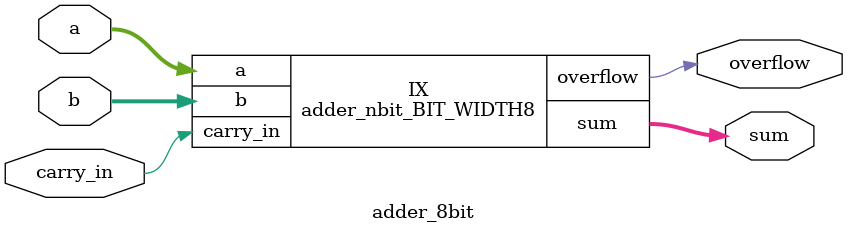
<source format=v>


module adder_1bit_7 ( a, b, carry_in, sum, carry_out );
  input a, b, carry_in;
  output sum, carry_out;
  wire   n1, n2;

  XOR2X1 U1 ( .A(carry_in), .B(n1), .Y(sum) );
  INVX1 U2 ( .A(n2), .Y(carry_out) );
  AOI22X1 U3 ( .A(b), .B(a), .C(n1), .D(carry_in), .Y(n2) );
  XOR2X1 U4 ( .A(a), .B(b), .Y(n1) );
endmodule


module adder_1bit_0 ( a, b, carry_in, sum, carry_out );
  input a, b, carry_in;
  output sum, carry_out;
  wire   n1, n2;

  XOR2X1 U1 ( .A(carry_in), .B(n1), .Y(sum) );
  INVX1 U2 ( .A(n2), .Y(carry_out) );
  AOI22X1 U3 ( .A(b), .B(a), .C(n1), .D(carry_in), .Y(n2) );
  XOR2X1 U4 ( .A(a), .B(b), .Y(n1) );
endmodule


module adder_1bit_1 ( a, b, carry_in, sum, carry_out );
  input a, b, carry_in;
  output sum, carry_out;
  wire   n1, n2;

  XOR2X1 U1 ( .A(carry_in), .B(n1), .Y(sum) );
  INVX1 U2 ( .A(n2), .Y(carry_out) );
  AOI22X1 U3 ( .A(b), .B(a), .C(n1), .D(carry_in), .Y(n2) );
  XOR2X1 U4 ( .A(a), .B(b), .Y(n1) );
endmodule


module adder_1bit_2 ( a, b, carry_in, sum, carry_out );
  input a, b, carry_in;
  output sum, carry_out;
  wire   n1, n2;

  XOR2X1 U1 ( .A(carry_in), .B(n1), .Y(sum) );
  INVX1 U2 ( .A(n2), .Y(carry_out) );
  AOI22X1 U3 ( .A(b), .B(a), .C(n1), .D(carry_in), .Y(n2) );
  XOR2X1 U4 ( .A(a), .B(b), .Y(n1) );
endmodule


module adder_1bit_3 ( a, b, carry_in, sum, carry_out );
  input a, b, carry_in;
  output sum, carry_out;
  wire   n1, n2;

  XOR2X1 U1 ( .A(carry_in), .B(n1), .Y(sum) );
  INVX1 U2 ( .A(n2), .Y(carry_out) );
  AOI22X1 U3 ( .A(b), .B(a), .C(n1), .D(carry_in), .Y(n2) );
  XOR2X1 U4 ( .A(a), .B(b), .Y(n1) );
endmodule


module adder_1bit_4 ( a, b, carry_in, sum, carry_out );
  input a, b, carry_in;
  output sum, carry_out;
  wire   n1, n2;

  XOR2X1 U1 ( .A(carry_in), .B(n1), .Y(sum) );
  INVX1 U2 ( .A(n2), .Y(carry_out) );
  AOI22X1 U3 ( .A(b), .B(a), .C(n1), .D(carry_in), .Y(n2) );
  XOR2X1 U4 ( .A(a), .B(b), .Y(n1) );
endmodule


module adder_1bit_5 ( a, b, carry_in, sum, carry_out );
  input a, b, carry_in;
  output sum, carry_out;
  wire   n1, n2;

  XOR2X1 U1 ( .A(carry_in), .B(n1), .Y(sum) );
  INVX1 U2 ( .A(n2), .Y(carry_out) );
  AOI22X1 U3 ( .A(b), .B(a), .C(n1), .D(carry_in), .Y(n2) );
  XOR2X1 U4 ( .A(a), .B(b), .Y(n1) );
endmodule


module adder_1bit_6 ( a, b, carry_in, sum, carry_out );
  input a, b, carry_in;
  output sum, carry_out;
  wire   n1, n2;

  XOR2X1 U1 ( .A(carry_in), .B(n1), .Y(sum) );
  INVX1 U2 ( .A(n2), .Y(carry_out) );
  AOI22X1 U3 ( .A(b), .B(a), .C(n1), .D(carry_in), .Y(n2) );
  XOR2X1 U4 ( .A(a), .B(b), .Y(n1) );
endmodule


module adder_nbit_BIT_WIDTH8 ( a, b, carry_in, sum, overflow );
  input [7:0] a;
  input [7:0] b;
  output [7:0] sum;
  input carry_in;
  output overflow;

  wire   [7:1] carrys;

  adder_1bit_7 \genblk1[0].IX  ( .a(a[0]), .b(b[0]), .carry_in(carry_in), 
        .sum(sum[0]), .carry_out(carrys[1]) );
  adder_1bit_6 \genblk1[1].IX  ( .a(a[1]), .b(b[1]), .carry_in(carrys[1]), 
        .sum(sum[1]), .carry_out(carrys[2]) );
  adder_1bit_5 \genblk1[2].IX  ( .a(a[2]), .b(b[2]), .carry_in(carrys[2]), 
        .sum(sum[2]), .carry_out(carrys[3]) );
  adder_1bit_4 \genblk1[3].IX  ( .a(a[3]), .b(b[3]), .carry_in(carrys[3]), 
        .sum(sum[3]), .carry_out(carrys[4]) );
  adder_1bit_3 \genblk1[4].IX  ( .a(a[4]), .b(b[4]), .carry_in(carrys[4]), 
        .sum(sum[4]), .carry_out(carrys[5]) );
  adder_1bit_2 \genblk1[5].IX  ( .a(a[5]), .b(b[5]), .carry_in(carrys[5]), 
        .sum(sum[5]), .carry_out(carrys[6]) );
  adder_1bit_1 \genblk1[6].IX  ( .a(a[6]), .b(b[6]), .carry_in(carrys[6]), 
        .sum(sum[6]), .carry_out(carrys[7]) );
  adder_1bit_0 \genblk1[7].IX  ( .a(a[7]), .b(b[7]), .carry_in(carrys[7]), 
        .sum(sum[7]), .carry_out(overflow) );
endmodule


module adder_8bit ( a, b, carry_in, sum, overflow );
  input [7:0] a;
  input [7:0] b;
  output [7:0] sum;
  input carry_in;
  output overflow;


  adder_nbit_BIT_WIDTH8 IX ( .a(a), .b(b), .carry_in(carry_in), .sum(sum), 
        .overflow(overflow) );
endmodule


</source>
